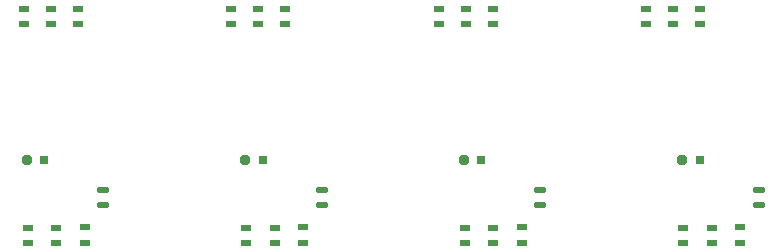
<source format=gtp>
G04*
G04 #@! TF.GenerationSoftware,Altium Limited,Altium Designer,20.1.8 (145)*
G04*
G04 Layer_Color=8421504*
%FSLAX25Y25*%
%MOIN*%
G70*
G04*
G04 #@! TF.SameCoordinates,412804ED-27A4-4B33-A170-4839FA9A990F*
G04*
G04*
G04 #@! TF.FilePolarity,Positive*
G04*
G01*
G75*
%ADD10R,0.03740X0.01968*%
G04:AMPARAMS|DCode=11|XSize=19.68mil|YSize=37.4mil|CornerRadius=4.92mil|HoleSize=0mil|Usage=FLASHONLY|Rotation=270.000|XOffset=0mil|YOffset=0mil|HoleType=Round|Shape=RoundedRectangle|*
%AMROUNDEDRECTD11*
21,1,0.01968,0.02756,0,0,270.0*
21,1,0.00984,0.03740,0,0,270.0*
1,1,0.00984,-0.01378,-0.00492*
1,1,0.00984,-0.01378,0.00492*
1,1,0.00984,0.01378,0.00492*
1,1,0.00984,0.01378,-0.00492*
%
%ADD11ROUNDEDRECTD11*%
G04:AMPARAMS|DCode=12|XSize=31.5mil|YSize=31.5mil|CornerRadius=7.87mil|HoleSize=0mil|Usage=FLASHONLY|Rotation=0.000|XOffset=0mil|YOffset=0mil|HoleType=Round|Shape=RoundedRectangle|*
%AMROUNDEDRECTD12*
21,1,0.03150,0.01575,0,0,0.0*
21,1,0.01575,0.03150,0,0,0.0*
1,1,0.01575,0.00787,-0.00787*
1,1,0.01575,-0.00787,-0.00787*
1,1,0.01575,-0.00787,0.00787*
1,1,0.01575,0.00787,0.00787*
%
%ADD12ROUNDEDRECTD12*%
%ADD13R,0.03150X0.03150*%
%ADD16R,0.03543X0.01968*%
D10*
X54894Y15114D02*
D03*
Y20232D02*
D03*
X35996Y20126D02*
D03*
Y15008D02*
D03*
X45445Y15008D02*
D03*
Y20126D02*
D03*
X127728Y15114D02*
D03*
Y20232D02*
D03*
X108831Y20126D02*
D03*
Y15008D02*
D03*
X118280Y15008D02*
D03*
Y20126D02*
D03*
X200563Y15114D02*
D03*
Y20232D02*
D03*
X181665Y20126D02*
D03*
Y15008D02*
D03*
X191114Y15008D02*
D03*
Y20126D02*
D03*
X273398Y15114D02*
D03*
Y20232D02*
D03*
X254500Y20126D02*
D03*
Y15008D02*
D03*
X263949Y15008D02*
D03*
Y20126D02*
D03*
X260067Y87933D02*
D03*
Y93051D02*
D03*
X190945Y87933D02*
D03*
Y93051D02*
D03*
X121823Y87933D02*
D03*
Y93051D02*
D03*
X52701Y87933D02*
D03*
Y93051D02*
D03*
D11*
X61193Y32651D02*
D03*
Y27533D02*
D03*
X134028Y32651D02*
D03*
Y27533D02*
D03*
X206862Y32651D02*
D03*
Y27533D02*
D03*
X279697Y32651D02*
D03*
Y27533D02*
D03*
D12*
X35602Y42764D02*
D03*
X108437D02*
D03*
X181272D02*
D03*
X254106D02*
D03*
D13*
X41508D02*
D03*
X114342D02*
D03*
X187177D02*
D03*
X260012D02*
D03*
D16*
X242067Y93051D02*
D03*
Y87933D02*
D03*
X251067Y93051D02*
D03*
Y87933D02*
D03*
X172945Y93051D02*
D03*
Y87933D02*
D03*
X181945Y93051D02*
D03*
Y87933D02*
D03*
X103823Y93051D02*
D03*
Y87933D02*
D03*
X112823Y93051D02*
D03*
Y87933D02*
D03*
X34701Y93051D02*
D03*
Y87933D02*
D03*
X43701Y93051D02*
D03*
Y87933D02*
D03*
M02*

</source>
